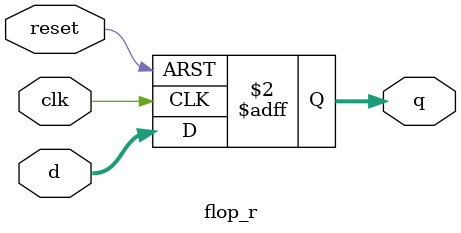
<source format=v>
`timescale 1ns / 1ps


module flop_r #(parameter WIDTH = 8)
    (
    input clk, reset,
    input [WIDTH-1:0] d,
    output reg[WIDTH-1:0] q
    );
    
    always @(posedge clk, posedge reset)
        if(reset)
            q <= 0;
        else
            q <= d;
endmodule

</source>
